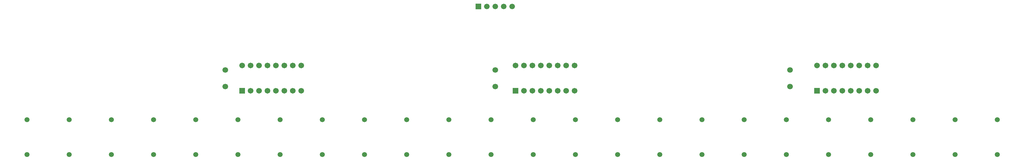
<source format=gbs>
G04 Layer: BottomSolderMaskLayer*
G04 EasyEDA v6.5.43, 2024-08-27 15:16:03*
G04 cb6e2e9fbd21486d88ae5690d2d3dc00,10*
G04 Gerber Generator version 0.2*
G04 Scale: 100 percent, Rotated: No, Reflected: No *
G04 Dimensions in millimeters *
G04 leading zeros omitted , absolute positions ,4 integer and 5 decimal *
%FSLAX45Y45*%
%MOMM*%

%AMMACRO1*4,1,8,-0.8211,-0.8508,-0.8508,-0.821,-0.8508,0.821,-0.8211,0.8508,0.821,0.8508,0.8508,0.821,0.8508,-0.821,0.821,-0.8508,-0.8211,-0.8508,0*%
%AMMACRO2*4,1,8,-0.8211,-0.8508,-0.8508,-0.821,-0.8508,0.8211,-0.8211,0.8508,0.821,0.8508,0.8508,0.8211,0.8508,-0.821,0.821,-0.8508,-0.8211,-0.8508,0*%
%AMMACRO3*4,1,8,-0.8085,-0.8382,-0.8382,-0.8084,-0.8382,0.8085,-0.8085,0.8382,0.8084,0.8382,0.8382,0.8085,0.8382,-0.8084,0.8084,-0.8382,-0.8085,-0.8382,0*%
%ADD10C,1.7000*%
%ADD11C,1.7016*%
%ADD12MACRO1*%
%ADD13MACRO2*%
%ADD14C,1.6764*%
%ADD15MACRO3*%
%ADD16C,1.5016*%
%ADD17C,1.5020*%

%LPD*%
D10*
G01*
X6477000Y4694986D03*
G01*
X6477000Y4194987D03*
G01*
X14605000Y4195013D03*
G01*
X14605000Y4695012D03*
G01*
X23482300Y4195013D03*
G01*
X23482300Y4695012D03*
D11*
G01*
X6985000Y4826000D03*
G01*
X7239000Y4826000D03*
G01*
X7493000Y4826000D03*
G01*
X7747000Y4826000D03*
G01*
X8001000Y4826000D03*
G01*
X8255000Y4826000D03*
G01*
X8509000Y4826000D03*
G01*
X8763000Y4826000D03*
G01*
X8763000Y4064000D03*
G01*
X8509000Y4064000D03*
G01*
X8255000Y4064000D03*
G01*
X8001000Y4064000D03*
G01*
X7747000Y4064000D03*
G01*
X7493000Y4064000D03*
G01*
X7239000Y4064000D03*
D12*
G01*
X6984992Y4063993D03*
D11*
G01*
X15214600Y4826000D03*
G01*
X15468600Y4826000D03*
G01*
X15722600Y4826000D03*
G01*
X15976600Y4826000D03*
G01*
X16230600Y4826000D03*
G01*
X16484600Y4826000D03*
G01*
X16738600Y4826000D03*
G01*
X16992600Y4826000D03*
G01*
X16992600Y4064000D03*
G01*
X16738600Y4064000D03*
G01*
X16484600Y4064000D03*
G01*
X16230600Y4064000D03*
G01*
X15976600Y4064000D03*
G01*
X15722600Y4064000D03*
G01*
X15468600Y4064000D03*
D12*
G01*
X15214592Y4063993D03*
D11*
G01*
X24295100Y4826000D03*
G01*
X24549100Y4826000D03*
G01*
X24803100Y4826000D03*
G01*
X25057100Y4826000D03*
G01*
X25311100Y4826000D03*
G01*
X25565100Y4826000D03*
G01*
X25819100Y4826000D03*
G01*
X26073100Y4826000D03*
G01*
X26073100Y4064000D03*
G01*
X25819100Y4064000D03*
G01*
X25565100Y4064000D03*
G01*
X25311100Y4064000D03*
G01*
X25057100Y4064000D03*
G01*
X24803100Y4064000D03*
G01*
X24549100Y4064000D03*
D13*
G01*
X24295092Y4064002D03*
D14*
G01*
X15113000Y6604000D03*
G01*
X14859000Y6604000D03*
G01*
X14605000Y6604000D03*
G01*
X14351000Y6604000D03*
D15*
G01*
X14097000Y6604000D03*
D16*
G01*
X10668000Y3191992D03*
G01*
X10668000Y2142007D03*
G01*
X11938000Y3191992D03*
G01*
X11938000Y2142007D03*
G01*
X13208000Y3191992D03*
G01*
X13208000Y2142007D03*
G01*
X14478000Y3191992D03*
G01*
X14478000Y2142007D03*
G01*
X15748000Y3191992D03*
G01*
X15748000Y2142007D03*
G01*
X17018000Y3191992D03*
G01*
X17018000Y2142007D03*
G01*
X18288000Y3191992D03*
G01*
X18288000Y2142007D03*
G01*
X19558000Y3191992D03*
G01*
X19558000Y2142007D03*
G01*
X20828000Y3191992D03*
G01*
X20828000Y2142007D03*
G01*
X22098000Y3191992D03*
G01*
X22098000Y2142007D03*
G01*
X23368000Y3191992D03*
G01*
X23368000Y2142007D03*
G01*
X24638000Y3191992D03*
G01*
X24638000Y2142007D03*
G01*
X25907949Y3191992D03*
G01*
X25907949Y2142007D03*
G01*
X27177949Y3191992D03*
G01*
X27177949Y2142007D03*
G01*
X28447949Y3191992D03*
G01*
X28447949Y2142007D03*
G01*
X29717949Y3191992D03*
G01*
X29717949Y2142007D03*
D17*
G01*
X8127974Y2141981D03*
G01*
X8127974Y3191992D03*
G01*
X6858000Y2141981D03*
G01*
X6858000Y3191992D03*
G01*
X5588000Y2141981D03*
G01*
X5588000Y3191992D03*
G01*
X4318000Y2141981D03*
G01*
X4318000Y3191992D03*
G01*
X3048000Y2141981D03*
G01*
X3048000Y3191992D03*
G01*
X1778000Y2141981D03*
G01*
X1778000Y3191992D03*
G01*
X508000Y2141981D03*
G01*
X508000Y3191992D03*
G01*
X9397949Y2141981D03*
G01*
X9397949Y3191992D03*
M02*

</source>
